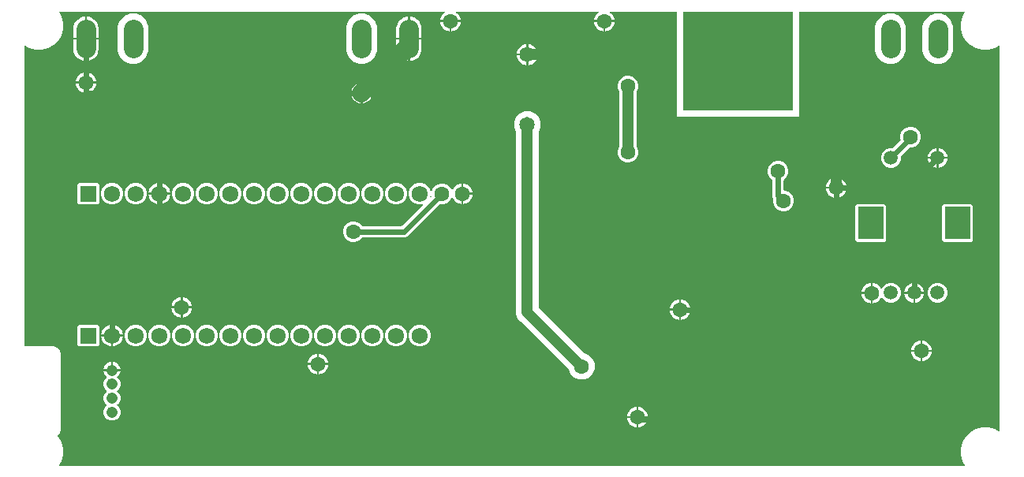
<source format=gbr>
G04 EAGLE Gerber RS-274X export*
G75*
%MOMM*%
%FSLAX34Y34*%
%LPD*%
%INTop Copper*%
%IPPOS*%
%AMOC8*
5,1,8,0,0,1.08239X$1,22.5*%
G01*
%ADD10C,1.650000*%
%ADD11R,1.725000X1.725000*%
%ADD12C,1.725000*%
%ADD13C,1.508000*%
%ADD14C,2.095500*%
%ADD15C,1.208000*%
%ADD16C,1.600000*%
%ADD17C,1.200000*%
%ADD18C,2.000000*%
%ADD19C,0.600000*%
%ADD20C,1.000000*%

G36*
X1019164Y10169D02*
X1019164Y10169D01*
X1019203Y10167D01*
X1019261Y10188D01*
X1019321Y10200D01*
X1019353Y10222D01*
X1019390Y10236D01*
X1019434Y10278D01*
X1019485Y10313D01*
X1019506Y10346D01*
X1019534Y10373D01*
X1019559Y10429D01*
X1019592Y10480D01*
X1019598Y10519D01*
X1019614Y10555D01*
X1019615Y10616D01*
X1019625Y10677D01*
X1019616Y10715D01*
X1019616Y10754D01*
X1019589Y10827D01*
X1019579Y10870D01*
X1019567Y10886D01*
X1019558Y10910D01*
X1017022Y15302D01*
X1015239Y21956D01*
X1015239Y28844D01*
X1017022Y35498D01*
X1020466Y41463D01*
X1025337Y46334D01*
X1031302Y49778D01*
X1037956Y51561D01*
X1044844Y51561D01*
X1051498Y49778D01*
X1055890Y47242D01*
X1055928Y47229D01*
X1055960Y47208D01*
X1056021Y47198D01*
X1056079Y47179D01*
X1056118Y47182D01*
X1056157Y47175D01*
X1056216Y47189D01*
X1056277Y47194D01*
X1056312Y47212D01*
X1056350Y47221D01*
X1056399Y47257D01*
X1056454Y47286D01*
X1056479Y47316D01*
X1056510Y47339D01*
X1056541Y47392D01*
X1056580Y47439D01*
X1056592Y47476D01*
X1056612Y47510D01*
X1056624Y47587D01*
X1056637Y47629D01*
X1056635Y47649D01*
X1056639Y47674D01*
X1056639Y460326D01*
X1056631Y460364D01*
X1056633Y460403D01*
X1056612Y460461D01*
X1056600Y460521D01*
X1056578Y460553D01*
X1056564Y460590D01*
X1056522Y460634D01*
X1056487Y460685D01*
X1056454Y460706D01*
X1056427Y460734D01*
X1056371Y460759D01*
X1056320Y460792D01*
X1056281Y460798D01*
X1056245Y460814D01*
X1056184Y460815D01*
X1056123Y460825D01*
X1056085Y460816D01*
X1056046Y460816D01*
X1055973Y460789D01*
X1055930Y460779D01*
X1055914Y460767D01*
X1055890Y460758D01*
X1051498Y458222D01*
X1044844Y456439D01*
X1037956Y456439D01*
X1031302Y458222D01*
X1025337Y461666D01*
X1020466Y466537D01*
X1017022Y472502D01*
X1015239Y479156D01*
X1015239Y486044D01*
X1017022Y492698D01*
X1019558Y497090D01*
X1019571Y497128D01*
X1019592Y497160D01*
X1019602Y497221D01*
X1019621Y497279D01*
X1019618Y497318D01*
X1019625Y497357D01*
X1019611Y497416D01*
X1019606Y497477D01*
X1019588Y497512D01*
X1019579Y497550D01*
X1019543Y497599D01*
X1019514Y497654D01*
X1019484Y497679D01*
X1019461Y497710D01*
X1019408Y497741D01*
X1019361Y497780D01*
X1019324Y497792D01*
X1019290Y497812D01*
X1019213Y497824D01*
X1019171Y497837D01*
X1019151Y497835D01*
X1019126Y497839D01*
X842010Y497839D01*
X842002Y497838D01*
X841993Y497839D01*
X841905Y497818D01*
X841815Y497800D01*
X841808Y497795D01*
X841800Y497793D01*
X841727Y497739D01*
X841651Y497687D01*
X841647Y497680D01*
X841640Y497675D01*
X841593Y497597D01*
X841544Y497520D01*
X841543Y497511D01*
X841538Y497504D01*
X841511Y497340D01*
X841511Y385309D01*
X710429Y385309D01*
X710429Y497340D01*
X710428Y497348D01*
X710429Y497357D01*
X710408Y497445D01*
X710390Y497535D01*
X710385Y497542D01*
X710383Y497550D01*
X710329Y497623D01*
X710277Y497699D01*
X710270Y497703D01*
X710265Y497710D01*
X710187Y497757D01*
X710110Y497806D01*
X710101Y497807D01*
X710094Y497812D01*
X709930Y497839D01*
X638729Y497839D01*
X638686Y497831D01*
X638643Y497832D01*
X638590Y497811D01*
X638534Y497800D01*
X638498Y497775D01*
X638458Y497759D01*
X638417Y497719D01*
X638370Y497687D01*
X638347Y497650D01*
X638316Y497620D01*
X638294Y497567D01*
X638263Y497520D01*
X638256Y497477D01*
X638239Y497436D01*
X638240Y497379D01*
X638230Y497323D01*
X638240Y497281D01*
X638240Y497238D01*
X638263Y497185D01*
X638276Y497130D01*
X638302Y497095D01*
X638319Y497055D01*
X638368Y497005D01*
X638394Y496970D01*
X638414Y496958D01*
X638436Y496936D01*
X639626Y496071D01*
X640851Y494846D01*
X641869Y493446D01*
X642655Y491903D01*
X643190Y490256D01*
X643440Y488679D01*
X632960Y488679D01*
X632952Y488678D01*
X632944Y488679D01*
X632855Y488658D01*
X632765Y488640D01*
X632758Y488635D01*
X632750Y488633D01*
X632677Y488579D01*
X632601Y488527D01*
X632597Y488520D01*
X632590Y488515D01*
X632544Y488437D01*
X632494Y488360D01*
X632493Y488351D01*
X632489Y488344D01*
X632461Y488180D01*
X632461Y487679D01*
X632459Y487679D01*
X632459Y488180D01*
X632457Y488188D01*
X632459Y488196D01*
X632438Y488285D01*
X632420Y488375D01*
X632415Y488382D01*
X632413Y488390D01*
X632359Y488463D01*
X632307Y488539D01*
X632300Y488543D01*
X632295Y488550D01*
X632217Y488596D01*
X632139Y488646D01*
X632131Y488647D01*
X632124Y488651D01*
X631960Y488679D01*
X621480Y488679D01*
X621730Y490256D01*
X622265Y491903D01*
X623051Y493446D01*
X624069Y494846D01*
X625294Y496071D01*
X626484Y496936D01*
X626514Y496968D01*
X626550Y496993D01*
X626580Y497041D01*
X626619Y497083D01*
X626633Y497124D01*
X626657Y497160D01*
X626666Y497217D01*
X626685Y497270D01*
X626683Y497314D01*
X626690Y497357D01*
X626677Y497412D01*
X626673Y497469D01*
X626654Y497508D01*
X626644Y497550D01*
X626610Y497596D01*
X626585Y497647D01*
X626552Y497675D01*
X626526Y497710D01*
X626477Y497739D01*
X626434Y497776D01*
X626392Y497789D01*
X626355Y497812D01*
X626286Y497823D01*
X626244Y497836D01*
X626221Y497834D01*
X626191Y497839D01*
X473629Y497839D01*
X473586Y497831D01*
X473543Y497832D01*
X473490Y497811D01*
X473434Y497800D01*
X473398Y497775D01*
X473358Y497759D01*
X473317Y497719D01*
X473270Y497687D01*
X473247Y497650D01*
X473216Y497620D01*
X473194Y497567D01*
X473163Y497520D01*
X473156Y497477D01*
X473139Y497436D01*
X473140Y497379D01*
X473130Y497323D01*
X473140Y497281D01*
X473140Y497238D01*
X473163Y497185D01*
X473176Y497130D01*
X473202Y497095D01*
X473219Y497055D01*
X473268Y497005D01*
X473294Y496970D01*
X473314Y496958D01*
X473336Y496936D01*
X474526Y496071D01*
X475751Y494846D01*
X476769Y493446D01*
X477555Y491903D01*
X478090Y490256D01*
X478340Y488679D01*
X467860Y488679D01*
X467852Y488678D01*
X467844Y488679D01*
X467755Y488658D01*
X467665Y488640D01*
X467658Y488635D01*
X467650Y488633D01*
X467577Y488579D01*
X467501Y488527D01*
X467497Y488520D01*
X467490Y488515D01*
X467444Y488437D01*
X467394Y488360D01*
X467393Y488351D01*
X467389Y488344D01*
X467361Y488180D01*
X467361Y487679D01*
X467359Y487679D01*
X467359Y488180D01*
X467357Y488188D01*
X467359Y488196D01*
X467338Y488285D01*
X467320Y488375D01*
X467315Y488382D01*
X467313Y488390D01*
X467259Y488463D01*
X467207Y488539D01*
X467200Y488543D01*
X467195Y488550D01*
X467117Y488596D01*
X467039Y488646D01*
X467031Y488647D01*
X467024Y488651D01*
X466860Y488679D01*
X456380Y488679D01*
X456630Y490256D01*
X457165Y491903D01*
X457951Y493446D01*
X458969Y494846D01*
X460194Y496071D01*
X461384Y496936D01*
X461414Y496968D01*
X461450Y496993D01*
X461480Y497041D01*
X461519Y497083D01*
X461533Y497124D01*
X461557Y497160D01*
X461566Y497217D01*
X461585Y497270D01*
X461583Y497314D01*
X461590Y497357D01*
X461577Y497412D01*
X461573Y497469D01*
X461554Y497508D01*
X461544Y497550D01*
X461510Y497596D01*
X461485Y497647D01*
X461452Y497675D01*
X461426Y497710D01*
X461377Y497739D01*
X461334Y497776D01*
X461292Y497789D01*
X461255Y497812D01*
X461186Y497823D01*
X461144Y497836D01*
X461121Y497834D01*
X461091Y497839D01*
X47674Y497839D01*
X47636Y497831D01*
X47597Y497833D01*
X47539Y497812D01*
X47479Y497800D01*
X47447Y497778D01*
X47410Y497764D01*
X47366Y497722D01*
X47315Y497687D01*
X47294Y497654D01*
X47266Y497627D01*
X47241Y497571D01*
X47208Y497520D01*
X47202Y497481D01*
X47186Y497445D01*
X47185Y497384D01*
X47175Y497323D01*
X47184Y497285D01*
X47184Y497246D01*
X47211Y497173D01*
X47221Y497130D01*
X47233Y497114D01*
X47242Y497090D01*
X49778Y492698D01*
X51561Y486044D01*
X51561Y479156D01*
X49778Y472502D01*
X46334Y466537D01*
X41463Y461666D01*
X35498Y458222D01*
X28844Y456439D01*
X21956Y456439D01*
X15302Y458222D01*
X10910Y460758D01*
X10872Y460771D01*
X10840Y460792D01*
X10779Y460802D01*
X10721Y460821D01*
X10682Y460818D01*
X10643Y460825D01*
X10584Y460811D01*
X10523Y460806D01*
X10488Y460788D01*
X10450Y460779D01*
X10401Y460743D01*
X10346Y460714D01*
X10321Y460684D01*
X10290Y460661D01*
X10259Y460608D01*
X10220Y460561D01*
X10208Y460524D01*
X10188Y460490D01*
X10176Y460413D01*
X10163Y460371D01*
X10165Y460351D01*
X10161Y460326D01*
X10161Y138930D01*
X10162Y138922D01*
X10161Y138913D01*
X10182Y138825D01*
X10200Y138735D01*
X10205Y138728D01*
X10207Y138720D01*
X10261Y138647D01*
X10313Y138571D01*
X10320Y138567D01*
X10325Y138560D01*
X10403Y138513D01*
X10480Y138464D01*
X10489Y138463D01*
X10496Y138458D01*
X10660Y138431D01*
X41391Y138431D01*
X45126Y136884D01*
X47984Y134026D01*
X49531Y130291D01*
X49531Y48779D01*
X47984Y45044D01*
X45721Y42782D01*
X45717Y42775D01*
X45710Y42770D01*
X45662Y42692D01*
X45611Y42616D01*
X45610Y42608D01*
X45605Y42601D01*
X45592Y42511D01*
X45575Y42420D01*
X45577Y42412D01*
X45576Y42404D01*
X45598Y42316D01*
X45618Y42226D01*
X45623Y42219D01*
X45625Y42211D01*
X45721Y42076D01*
X46334Y41463D01*
X49778Y35498D01*
X51561Y28844D01*
X51561Y21956D01*
X49778Y15302D01*
X47242Y10910D01*
X47229Y10872D01*
X47208Y10840D01*
X47198Y10779D01*
X47179Y10721D01*
X47182Y10682D01*
X47175Y10643D01*
X47189Y10584D01*
X47194Y10523D01*
X47212Y10488D01*
X47221Y10450D01*
X47257Y10401D01*
X47286Y10346D01*
X47316Y10321D01*
X47339Y10290D01*
X47392Y10259D01*
X47439Y10220D01*
X47476Y10208D01*
X47510Y10188D01*
X47587Y10176D01*
X47629Y10163D01*
X47649Y10165D01*
X47674Y10161D01*
X1019126Y10161D01*
X1019164Y10169D01*
G37*
G36*
X834398Y391932D02*
X834398Y391932D01*
X834407Y391931D01*
X834495Y391952D01*
X834585Y391970D01*
X834592Y391975D01*
X834600Y391977D01*
X834673Y392031D01*
X834749Y392083D01*
X834753Y392090D01*
X834760Y392095D01*
X834807Y392173D01*
X834856Y392250D01*
X834857Y392259D01*
X834862Y392266D01*
X834889Y392430D01*
X834889Y497340D01*
X834888Y497348D01*
X834889Y497357D01*
X834868Y497445D01*
X834850Y497535D01*
X834845Y497542D01*
X834843Y497550D01*
X834789Y497623D01*
X834737Y497699D01*
X834730Y497703D01*
X834725Y497710D01*
X834647Y497757D01*
X834570Y497806D01*
X834561Y497807D01*
X834554Y497812D01*
X834390Y497839D01*
X717550Y497839D01*
X717542Y497838D01*
X717533Y497839D01*
X717445Y497818D01*
X717355Y497800D01*
X717348Y497795D01*
X717340Y497793D01*
X717267Y497739D01*
X717191Y497687D01*
X717187Y497680D01*
X717180Y497675D01*
X717133Y497597D01*
X717084Y497520D01*
X717083Y497511D01*
X717078Y497504D01*
X717051Y497340D01*
X717051Y392430D01*
X717052Y392422D01*
X717051Y392413D01*
X717072Y392325D01*
X717090Y392235D01*
X717095Y392228D01*
X717097Y392220D01*
X717151Y392147D01*
X717203Y392071D01*
X717210Y392067D01*
X717215Y392060D01*
X717293Y392013D01*
X717370Y391964D01*
X717379Y391963D01*
X717386Y391958D01*
X717550Y391931D01*
X834390Y391931D01*
X834398Y391932D01*
G37*
%LPC*%
G36*
X605545Y102839D02*
X605545Y102839D01*
X600399Y104971D01*
X596461Y108909D01*
X594499Y113646D01*
X594491Y113658D01*
X594487Y113672D01*
X594391Y113808D01*
X543182Y165016D01*
X539736Y168462D01*
X537909Y172873D01*
X537909Y368160D01*
X537907Y368174D01*
X537909Y368187D01*
X537887Y368270D01*
X537870Y368355D01*
X537863Y368365D01*
X537861Y368369D01*
X537859Y368379D01*
X537855Y368385D01*
X535659Y373685D01*
X535659Y379355D01*
X537829Y384592D01*
X541838Y388601D01*
X547075Y390771D01*
X552745Y390771D01*
X557982Y388601D01*
X561991Y384592D01*
X564161Y379355D01*
X564161Y373685D01*
X561955Y368360D01*
X561948Y368349D01*
X561945Y368336D01*
X561938Y368324D01*
X561911Y368160D01*
X561911Y180438D01*
X561913Y180425D01*
X561911Y180413D01*
X561933Y180329D01*
X561950Y180243D01*
X561957Y180232D01*
X561961Y180220D01*
X562057Y180085D01*
X611362Y130779D01*
X611374Y130771D01*
X611383Y130760D01*
X611524Y130671D01*
X616261Y128709D01*
X620199Y124771D01*
X622331Y119625D01*
X622331Y114055D01*
X620199Y108909D01*
X616261Y104971D01*
X611115Y102839D01*
X605545Y102839D01*
G37*
%LPD*%
%LPC*%
G36*
X361032Y250619D02*
X361032Y250619D01*
X356989Y252294D01*
X353894Y255389D01*
X352219Y259432D01*
X352219Y263808D01*
X353894Y267851D01*
X356989Y270946D01*
X361032Y272621D01*
X365408Y272621D01*
X369451Y270946D01*
X372608Y267789D01*
X372625Y267764D01*
X372634Y267758D01*
X372640Y267750D01*
X372717Y267704D01*
X372792Y267656D01*
X372802Y267654D01*
X372811Y267648D01*
X372975Y267621D01*
X415138Y267621D01*
X415150Y267623D01*
X415162Y267621D01*
X415247Y267643D01*
X415332Y267660D01*
X415343Y267667D01*
X415355Y267671D01*
X415491Y267767D01*
X437789Y290065D01*
X437790Y290067D01*
X437792Y290068D01*
X437845Y290150D01*
X437899Y290231D01*
X437899Y290233D01*
X437900Y290235D01*
X437917Y290329D01*
X437935Y290427D01*
X437935Y290429D01*
X437935Y290431D01*
X437914Y290525D01*
X437892Y290621D01*
X437891Y290623D01*
X437891Y290625D01*
X437834Y290704D01*
X437777Y290783D01*
X437775Y290784D01*
X437774Y290786D01*
X437691Y290836D01*
X437608Y290887D01*
X437606Y290888D01*
X437604Y290889D01*
X437507Y290902D01*
X437411Y290917D01*
X437409Y290917D01*
X437407Y290917D01*
X437245Y290880D01*
X436653Y290634D01*
X432027Y290634D01*
X427755Y292404D01*
X424484Y295675D01*
X422714Y299947D01*
X422714Y304573D01*
X424484Y308845D01*
X427755Y312116D01*
X432027Y313886D01*
X436653Y313886D01*
X440925Y312116D01*
X444196Y308845D01*
X445966Y304573D01*
X445966Y299947D01*
X445720Y299355D01*
X445720Y299353D01*
X445719Y299351D01*
X445701Y299254D01*
X445682Y299160D01*
X445683Y299158D01*
X445682Y299156D01*
X445704Y299059D01*
X445724Y298965D01*
X445725Y298964D01*
X445725Y298961D01*
X445781Y298882D01*
X445837Y298802D01*
X445839Y298801D01*
X445840Y298799D01*
X445922Y298749D01*
X446006Y298697D01*
X446008Y298696D01*
X446010Y298695D01*
X446106Y298681D01*
X446202Y298665D01*
X446204Y298666D01*
X446206Y298665D01*
X446301Y298689D01*
X446395Y298713D01*
X446397Y298714D01*
X446399Y298714D01*
X446535Y298811D01*
X447329Y299605D01*
X447335Y299614D01*
X447344Y299621D01*
X447389Y299697D01*
X447439Y299771D01*
X447441Y299782D01*
X447446Y299791D01*
X447459Y299879D01*
X447475Y299967D01*
X447473Y299977D01*
X447474Y299988D01*
X447469Y300010D01*
X447469Y304448D01*
X449144Y308491D01*
X452239Y311586D01*
X456282Y313261D01*
X460658Y313261D01*
X464701Y311586D01*
X467796Y308491D01*
X468803Y306059D01*
X468817Y306039D01*
X468824Y306016D01*
X468872Y305958D01*
X468915Y305894D01*
X468935Y305881D01*
X468950Y305863D01*
X469017Y305827D01*
X469081Y305786D01*
X469105Y305782D01*
X469126Y305771D01*
X469202Y305764D01*
X469277Y305751D01*
X469301Y305756D01*
X469324Y305755D01*
X469397Y305778D01*
X469471Y305795D01*
X469490Y305810D01*
X469513Y305817D01*
X469570Y305867D01*
X469632Y305912D01*
X469644Y305933D01*
X469662Y305948D01*
X469716Y306052D01*
X469735Y306082D01*
X469736Y306089D01*
X469740Y306096D01*
X469865Y306483D01*
X470651Y308026D01*
X471669Y309426D01*
X472894Y310651D01*
X474294Y311669D01*
X475837Y312455D01*
X477484Y312990D01*
X479061Y313240D01*
X479061Y302760D01*
X479062Y302752D01*
X479061Y302744D01*
X479082Y302655D01*
X479100Y302565D01*
X479105Y302558D01*
X479107Y302550D01*
X479161Y302477D01*
X479213Y302401D01*
X479220Y302397D01*
X479225Y302390D01*
X479303Y302344D01*
X479380Y302294D01*
X479389Y302293D01*
X479396Y302289D01*
X479560Y302261D01*
X480061Y302261D01*
X480061Y302259D01*
X479560Y302259D01*
X479552Y302257D01*
X479543Y302259D01*
X479455Y302238D01*
X479365Y302220D01*
X479358Y302215D01*
X479350Y302213D01*
X479277Y302159D01*
X479201Y302107D01*
X479197Y302100D01*
X479190Y302095D01*
X479143Y302017D01*
X479094Y301939D01*
X479093Y301931D01*
X479088Y301924D01*
X479061Y301760D01*
X479061Y291280D01*
X477484Y291530D01*
X475837Y292065D01*
X474294Y292851D01*
X472894Y293869D01*
X471669Y295094D01*
X470651Y296494D01*
X469865Y298037D01*
X469740Y298424D01*
X469728Y298445D01*
X469723Y298468D01*
X469679Y298531D01*
X469642Y298597D01*
X469623Y298612D01*
X469609Y298632D01*
X469544Y298672D01*
X469484Y298718D01*
X469461Y298724D01*
X469440Y298737D01*
X469365Y298749D01*
X469292Y298768D01*
X469268Y298765D01*
X469244Y298769D01*
X469170Y298750D01*
X469095Y298739D01*
X469074Y298727D01*
X469051Y298721D01*
X468990Y298675D01*
X468925Y298636D01*
X468911Y298616D01*
X468892Y298602D01*
X468830Y298503D01*
X468809Y298474D01*
X468808Y298468D01*
X468803Y298461D01*
X467796Y296029D01*
X464701Y292934D01*
X460658Y291259D01*
X456195Y291259D01*
X456165Y291265D01*
X456154Y291263D01*
X456143Y291265D01*
X456057Y291243D01*
X455970Y291224D01*
X455961Y291218D01*
X455951Y291215D01*
X455815Y291119D01*
X422987Y258291D01*
X421229Y256533D01*
X419024Y255619D01*
X372975Y255619D01*
X372965Y255617D01*
X372955Y255619D01*
X372868Y255598D01*
X372780Y255580D01*
X372772Y255574D01*
X372762Y255571D01*
X372690Y255518D01*
X372616Y255467D01*
X372611Y255458D01*
X372602Y255452D01*
X372590Y255433D01*
X369451Y252294D01*
X365408Y250619D01*
X361032Y250619D01*
G37*
%LPD*%
%LPC*%
G36*
X655672Y335709D02*
X655672Y335709D01*
X651629Y337384D01*
X648534Y340479D01*
X646859Y344522D01*
X646859Y348898D01*
X648534Y352941D01*
X648713Y353120D01*
X648720Y353131D01*
X648730Y353138D01*
X648775Y353213D01*
X648823Y353286D01*
X648825Y353299D01*
X648832Y353309D01*
X648859Y353473D01*
X648859Y411067D01*
X648858Y411071D01*
X648859Y411075D01*
X648857Y411082D01*
X648859Y411091D01*
X648837Y411176D01*
X648820Y411261D01*
X648813Y411272D01*
X648809Y411284D01*
X648713Y411420D01*
X648534Y411599D01*
X646859Y415642D01*
X646859Y420018D01*
X648534Y424061D01*
X651629Y427156D01*
X655672Y428831D01*
X660048Y428831D01*
X664091Y427156D01*
X667186Y424061D01*
X668861Y420018D01*
X668861Y415642D01*
X667186Y411599D01*
X667007Y411420D01*
X667000Y411409D01*
X666990Y411402D01*
X666945Y411327D01*
X666897Y411254D01*
X666895Y411241D01*
X666888Y411231D01*
X666861Y411067D01*
X666861Y353473D01*
X666863Y353461D01*
X666861Y353449D01*
X666883Y353364D01*
X666900Y353279D01*
X666907Y353268D01*
X666911Y353256D01*
X667007Y353120D01*
X667186Y352941D01*
X668861Y348898D01*
X668861Y344522D01*
X667186Y340479D01*
X664091Y337384D01*
X660048Y335709D01*
X655672Y335709D01*
G37*
%LPD*%
%LPC*%
G36*
X123722Y441674D02*
X123722Y441674D01*
X117666Y444183D01*
X113030Y448818D01*
X110522Y454875D01*
X110522Y482385D01*
X113030Y488442D01*
X117666Y493077D01*
X123722Y495586D01*
X130278Y495586D01*
X136334Y493077D01*
X140970Y488442D01*
X143478Y482385D01*
X143478Y454875D01*
X140970Y448818D01*
X136334Y444183D01*
X130278Y441674D01*
X123722Y441674D01*
G37*
%LPD*%
%LPC*%
G36*
X368832Y441674D02*
X368832Y441674D01*
X362776Y444183D01*
X358140Y448818D01*
X355632Y454875D01*
X355632Y482385D01*
X358140Y488442D01*
X362776Y493077D01*
X368832Y495586D01*
X375388Y495586D01*
X381444Y493077D01*
X386080Y488442D01*
X388588Y482385D01*
X388588Y454875D01*
X386080Y448818D01*
X381444Y444183D01*
X375388Y441674D01*
X368832Y441674D01*
G37*
%LPD*%
%LPC*%
G36*
X987322Y441674D02*
X987322Y441674D01*
X981266Y444183D01*
X976630Y448818D01*
X974122Y454875D01*
X974122Y482385D01*
X976630Y488442D01*
X981266Y493077D01*
X987322Y495586D01*
X993878Y495586D01*
X999934Y493077D01*
X1004570Y488442D01*
X1007078Y482385D01*
X1007078Y454875D01*
X1004570Y448818D01*
X999934Y444183D01*
X993878Y441674D01*
X987322Y441674D01*
G37*
%LPD*%
%LPC*%
G36*
X936522Y441674D02*
X936522Y441674D01*
X930466Y444183D01*
X925830Y448818D01*
X923322Y454875D01*
X923322Y482385D01*
X925830Y488442D01*
X930466Y493077D01*
X936522Y495586D01*
X943078Y495586D01*
X949134Y493077D01*
X953770Y488442D01*
X956278Y482385D01*
X956278Y454875D01*
X953770Y448818D01*
X949134Y444183D01*
X943078Y441674D01*
X936522Y441674D01*
G37*
%LPD*%
%LPC*%
G36*
X997250Y250263D02*
X997250Y250263D01*
X995199Y252314D01*
X995199Y289214D01*
X997250Y291265D01*
X1026150Y291265D01*
X1028201Y289214D01*
X1028201Y252314D01*
X1026150Y250263D01*
X997250Y250263D01*
G37*
%LPD*%
%LPC*%
G36*
X904250Y250263D02*
X904250Y250263D01*
X902199Y252314D01*
X902199Y289214D01*
X904250Y291265D01*
X933150Y291265D01*
X935201Y289214D01*
X935201Y252314D01*
X933150Y250263D01*
X904250Y250263D01*
G37*
%LPD*%
G36*
X1024708Y253266D02*
X1024708Y253266D01*
X1024717Y253265D01*
X1024805Y253286D01*
X1024895Y253304D01*
X1024902Y253309D01*
X1024910Y253311D01*
X1024983Y253365D01*
X1025059Y253417D01*
X1025063Y253424D01*
X1025070Y253429D01*
X1025117Y253507D01*
X1025166Y253584D01*
X1025167Y253593D01*
X1025172Y253600D01*
X1025199Y253764D01*
X1025199Y287764D01*
X1025198Y287772D01*
X1025199Y287781D01*
X1025178Y287869D01*
X1025160Y287959D01*
X1025155Y287966D01*
X1025153Y287974D01*
X1025099Y288047D01*
X1025047Y288123D01*
X1025040Y288127D01*
X1025035Y288134D01*
X1024957Y288181D01*
X1024880Y288230D01*
X1024871Y288231D01*
X1024864Y288236D01*
X1024700Y288263D01*
X998700Y288263D01*
X998692Y288262D01*
X998683Y288263D01*
X998595Y288242D01*
X998505Y288224D01*
X998498Y288219D01*
X998490Y288217D01*
X998417Y288163D01*
X998341Y288111D01*
X998337Y288104D01*
X998330Y288099D01*
X998283Y288021D01*
X998234Y287944D01*
X998233Y287935D01*
X998228Y287928D01*
X998201Y287764D01*
X998201Y253764D01*
X998202Y253756D01*
X998201Y253747D01*
X998222Y253659D01*
X998240Y253569D01*
X998245Y253562D01*
X998247Y253554D01*
X998301Y253481D01*
X998353Y253405D01*
X998360Y253401D01*
X998365Y253394D01*
X998443Y253347D01*
X998520Y253298D01*
X998529Y253297D01*
X998536Y253292D01*
X998700Y253265D01*
X1024700Y253265D01*
X1024708Y253266D01*
G37*
G36*
X931708Y253266D02*
X931708Y253266D01*
X931717Y253265D01*
X931805Y253286D01*
X931895Y253304D01*
X931902Y253309D01*
X931910Y253311D01*
X931983Y253365D01*
X932059Y253417D01*
X932063Y253424D01*
X932070Y253429D01*
X932117Y253507D01*
X932166Y253584D01*
X932167Y253593D01*
X932172Y253600D01*
X932199Y253764D01*
X932199Y287764D01*
X932198Y287772D01*
X932199Y287781D01*
X932178Y287869D01*
X932160Y287959D01*
X932155Y287966D01*
X932153Y287974D01*
X932099Y288047D01*
X932047Y288123D01*
X932040Y288127D01*
X932035Y288134D01*
X931957Y288181D01*
X931880Y288230D01*
X931871Y288231D01*
X931864Y288236D01*
X931700Y288263D01*
X905700Y288263D01*
X905692Y288262D01*
X905683Y288263D01*
X905595Y288242D01*
X905505Y288224D01*
X905498Y288219D01*
X905490Y288217D01*
X905417Y288163D01*
X905341Y288111D01*
X905337Y288104D01*
X905330Y288099D01*
X905283Y288021D01*
X905234Y287944D01*
X905233Y287935D01*
X905228Y287928D01*
X905201Y287764D01*
X905201Y253764D01*
X905202Y253756D01*
X905201Y253747D01*
X905222Y253659D01*
X905240Y253569D01*
X905245Y253562D01*
X905247Y253554D01*
X905301Y253481D01*
X905353Y253405D01*
X905360Y253401D01*
X905365Y253394D01*
X905443Y253347D01*
X905520Y253298D01*
X905529Y253297D01*
X905536Y253292D01*
X905700Y253265D01*
X931700Y253265D01*
X931708Y253266D01*
G37*
%LPC*%
G36*
X822761Y283609D02*
X822761Y283609D01*
X818718Y285284D01*
X815623Y288379D01*
X813948Y292422D01*
X813948Y296798D01*
X813970Y296851D01*
X813973Y296864D01*
X813979Y296874D01*
X813992Y296961D01*
X814008Y297046D01*
X814006Y297059D01*
X814007Y297071D01*
X813970Y297233D01*
X813149Y299215D01*
X813149Y316635D01*
X813147Y316645D01*
X813149Y316655D01*
X813128Y316742D01*
X813110Y316830D01*
X813104Y316838D01*
X813101Y316848D01*
X813048Y316920D01*
X812997Y316994D01*
X812988Y316999D01*
X812982Y317008D01*
X812963Y317020D01*
X809824Y320159D01*
X808149Y324202D01*
X808149Y328578D01*
X809824Y332621D01*
X812919Y335716D01*
X816962Y337391D01*
X821338Y337391D01*
X825381Y335716D01*
X828476Y332621D01*
X830151Y328578D01*
X830151Y324202D01*
X828476Y320159D01*
X825319Y317002D01*
X825294Y316985D01*
X825288Y316976D01*
X825280Y316970D01*
X825234Y316893D01*
X825186Y316818D01*
X825184Y316808D01*
X825178Y316799D01*
X825151Y316635D01*
X825151Y306110D01*
X825152Y306102D01*
X825151Y306093D01*
X825172Y306005D01*
X825190Y305915D01*
X825195Y305908D01*
X825197Y305900D01*
X825251Y305827D01*
X825303Y305751D01*
X825310Y305747D01*
X825315Y305740D01*
X825393Y305693D01*
X825470Y305644D01*
X825479Y305643D01*
X825486Y305638D01*
X825650Y305611D01*
X827137Y305611D01*
X831180Y303936D01*
X834275Y300841D01*
X835950Y296798D01*
X835950Y292422D01*
X834275Y288379D01*
X831180Y285284D01*
X827137Y283609D01*
X822761Y283609D01*
G37*
%LPD*%
%LPC*%
G36*
X938103Y330223D02*
X938103Y330223D01*
X934229Y331828D01*
X931264Y334793D01*
X929659Y338667D01*
X929659Y342861D01*
X931264Y346735D01*
X934229Y349700D01*
X938103Y351305D01*
X942048Y351305D01*
X942060Y351307D01*
X942072Y351305D01*
X942157Y351327D01*
X942242Y351344D01*
X942253Y351351D01*
X942265Y351355D01*
X942401Y351451D01*
X950620Y359670D01*
X950626Y359679D01*
X950634Y359685D01*
X950680Y359761D01*
X950730Y359836D01*
X950731Y359846D01*
X950737Y359855D01*
X950750Y359943D01*
X950766Y360031D01*
X950764Y360042D01*
X950765Y360052D01*
X950728Y360214D01*
X950389Y361032D01*
X950389Y365408D01*
X952064Y369451D01*
X955159Y372546D01*
X959202Y374221D01*
X963578Y374221D01*
X967621Y372546D01*
X970716Y369451D01*
X972391Y365408D01*
X972391Y361032D01*
X970716Y356989D01*
X967621Y353894D01*
X963578Y352219D01*
X960348Y352219D01*
X960336Y352217D01*
X960324Y352219D01*
X960239Y352197D01*
X960154Y352180D01*
X960143Y352173D01*
X960131Y352169D01*
X959995Y352073D01*
X950887Y342965D01*
X950880Y342954D01*
X950870Y342947D01*
X950825Y342872D01*
X950777Y342799D01*
X950775Y342786D01*
X950768Y342776D01*
X950741Y342612D01*
X950741Y338667D01*
X949136Y334793D01*
X946171Y331828D01*
X942297Y330223D01*
X938103Y330223D01*
G37*
%LPD*%
%LPC*%
G36*
X102342Y58629D02*
X102342Y58629D01*
X99019Y60006D01*
X96476Y62549D01*
X95099Y65872D01*
X95099Y69468D01*
X96476Y72791D01*
X98501Y74817D01*
X98506Y74824D01*
X98513Y74829D01*
X98561Y74906D01*
X98611Y74983D01*
X98613Y74991D01*
X98617Y74998D01*
X98631Y75088D01*
X98648Y75178D01*
X98646Y75187D01*
X98647Y75195D01*
X98625Y75283D01*
X98605Y75372D01*
X98600Y75379D01*
X98598Y75387D01*
X98501Y75523D01*
X96476Y77549D01*
X95099Y80872D01*
X95099Y84468D01*
X96476Y87791D01*
X98501Y89817D01*
X98506Y89824D01*
X98513Y89829D01*
X98561Y89906D01*
X98611Y89983D01*
X98613Y89991D01*
X98617Y89998D01*
X98631Y90088D01*
X98648Y90178D01*
X98646Y90187D01*
X98647Y90195D01*
X98625Y90283D01*
X98605Y90372D01*
X98600Y90379D01*
X98598Y90387D01*
X98501Y90523D01*
X96476Y92549D01*
X95099Y95872D01*
X95099Y99468D01*
X96476Y102791D01*
X98519Y104835D01*
X98551Y104883D01*
X98590Y104924D01*
X98605Y104965D01*
X98629Y105001D01*
X98640Y105057D01*
X98660Y105111D01*
X98658Y105154D01*
X98665Y105196D01*
X98653Y105252D01*
X98651Y105309D01*
X98632Y105348D01*
X98623Y105390D01*
X98589Y105437D01*
X98565Y105489D01*
X98528Y105523D01*
X98507Y105552D01*
X98478Y105570D01*
X98444Y105603D01*
X98377Y105648D01*
X97118Y106907D01*
X96128Y108388D01*
X95447Y110033D01*
X95121Y111671D01*
X103640Y111671D01*
X103648Y111672D01*
X103656Y111671D01*
X103745Y111692D01*
X103835Y111710D01*
X103842Y111715D01*
X103850Y111717D01*
X103923Y111771D01*
X103999Y111823D01*
X104003Y111830D01*
X104010Y111835D01*
X104056Y111913D01*
X104106Y111990D01*
X104107Y111999D01*
X104111Y112006D01*
X104139Y112170D01*
X104139Y112671D01*
X104141Y112671D01*
X104141Y112170D01*
X104143Y112162D01*
X104141Y112153D01*
X104162Y112065D01*
X104180Y111975D01*
X104185Y111968D01*
X104187Y111960D01*
X104241Y111887D01*
X104293Y111811D01*
X104300Y111807D01*
X104305Y111800D01*
X104383Y111753D01*
X104461Y111704D01*
X104469Y111703D01*
X104476Y111698D01*
X104640Y111671D01*
X113159Y111671D01*
X112833Y110033D01*
X112152Y108388D01*
X111162Y106907D01*
X109903Y105648D01*
X109836Y105603D01*
X109796Y105562D01*
X109749Y105529D01*
X109727Y105492D01*
X109696Y105462D01*
X109675Y105408D01*
X109645Y105360D01*
X109638Y105317D01*
X109623Y105277D01*
X109624Y105220D01*
X109615Y105163D01*
X109626Y105121D01*
X109627Y105078D01*
X109650Y105026D01*
X109664Y104970D01*
X109693Y104930D01*
X109708Y104897D01*
X109733Y104874D01*
X109761Y104835D01*
X111804Y102791D01*
X113181Y99468D01*
X113181Y95872D01*
X111804Y92549D01*
X109779Y90523D01*
X109774Y90516D01*
X109767Y90511D01*
X109719Y90434D01*
X109669Y90357D01*
X109667Y90349D01*
X109663Y90342D01*
X109649Y90252D01*
X109632Y90162D01*
X109634Y90154D01*
X109633Y90145D01*
X109655Y90057D01*
X109675Y89968D01*
X109680Y89961D01*
X109682Y89953D01*
X109779Y89817D01*
X111804Y87791D01*
X113181Y84468D01*
X113181Y80872D01*
X111804Y77549D01*
X109779Y75523D01*
X109774Y75516D01*
X109767Y75511D01*
X109719Y75434D01*
X109669Y75357D01*
X109667Y75349D01*
X109663Y75342D01*
X109649Y75252D01*
X109632Y75162D01*
X109634Y75154D01*
X109633Y75145D01*
X109655Y75057D01*
X109675Y74968D01*
X109680Y74961D01*
X109682Y74953D01*
X109779Y74817D01*
X111804Y72791D01*
X113181Y69468D01*
X113181Y65872D01*
X111804Y62549D01*
X109261Y60006D01*
X105938Y58629D01*
X102342Y58629D01*
G37*
%LPD*%
%LPC*%
G36*
X68872Y138234D02*
X68872Y138234D01*
X67114Y139992D01*
X67114Y159728D01*
X68872Y161486D01*
X88608Y161486D01*
X90366Y159728D01*
X90366Y139992D01*
X88608Y138234D01*
X68872Y138234D01*
G37*
%LPD*%
%LPC*%
G36*
X68872Y290634D02*
X68872Y290634D01*
X67114Y292392D01*
X67114Y312128D01*
X68872Y313886D01*
X88608Y313886D01*
X90366Y312128D01*
X90366Y292392D01*
X88608Y290634D01*
X68872Y290634D01*
G37*
%LPD*%
%LPC*%
G36*
X920479Y195080D02*
X920479Y195080D01*
X920478Y195088D01*
X920479Y195096D01*
X920458Y195185D01*
X920440Y195275D01*
X920435Y195282D01*
X920433Y195290D01*
X920379Y195363D01*
X920327Y195439D01*
X920320Y195443D01*
X920315Y195450D01*
X920237Y195496D01*
X920160Y195546D01*
X920151Y195547D01*
X920144Y195551D01*
X919980Y195579D01*
X919479Y195579D01*
X919479Y195581D01*
X919980Y195581D01*
X919988Y195583D01*
X919996Y195581D01*
X920085Y195602D01*
X920175Y195620D01*
X920182Y195625D01*
X920190Y195627D01*
X920263Y195681D01*
X920339Y195733D01*
X920343Y195740D01*
X920350Y195745D01*
X920396Y195823D01*
X920446Y195901D01*
X920447Y195909D01*
X920451Y195916D01*
X920479Y196080D01*
X920479Y206560D01*
X922056Y206310D01*
X923703Y205775D01*
X925246Y204989D01*
X926646Y203971D01*
X927871Y202746D01*
X928889Y201346D01*
X929618Y199914D01*
X929671Y199848D01*
X929719Y199779D01*
X929732Y199770D01*
X929742Y199758D01*
X929816Y199718D01*
X929887Y199673D01*
X929903Y199671D01*
X929917Y199663D01*
X930001Y199655D01*
X930084Y199641D01*
X930099Y199645D01*
X930115Y199644D01*
X930195Y199669D01*
X930277Y199689D01*
X930289Y199698D01*
X930304Y199703D01*
X930369Y199758D01*
X930436Y199808D01*
X930445Y199823D01*
X930456Y199832D01*
X930476Y199872D01*
X930524Y199949D01*
X931264Y201735D01*
X934229Y204700D01*
X938103Y206305D01*
X942297Y206305D01*
X946171Y204700D01*
X949136Y201735D01*
X950741Y197861D01*
X950741Y193667D01*
X949136Y189793D01*
X946171Y186828D01*
X942297Y185223D01*
X938103Y185223D01*
X934229Y186828D01*
X931264Y189793D01*
X930606Y191381D01*
X930593Y191401D01*
X930586Y191424D01*
X930538Y191482D01*
X930495Y191545D01*
X930475Y191559D01*
X930460Y191577D01*
X930392Y191612D01*
X930329Y191654D01*
X930305Y191658D01*
X930283Y191669D01*
X930208Y191675D01*
X930133Y191689D01*
X930109Y191683D01*
X930085Y191685D01*
X930013Y191661D01*
X929939Y191644D01*
X929919Y191630D01*
X929897Y191622D01*
X929840Y191572D01*
X929778Y191528D01*
X929765Y191507D01*
X929747Y191491D01*
X929703Y191406D01*
X929693Y191392D01*
X928889Y189814D01*
X927871Y188414D01*
X926646Y187189D01*
X925246Y186171D01*
X923703Y185385D01*
X922056Y184850D01*
X920479Y184600D01*
X920479Y195080D01*
G37*
%LPD*%
%LPC*%
G36*
X178027Y290634D02*
X178027Y290634D01*
X173755Y292404D01*
X170484Y295675D01*
X168714Y299947D01*
X168714Y304573D01*
X170484Y308845D01*
X173755Y312116D01*
X178027Y313886D01*
X182653Y313886D01*
X186925Y312116D01*
X190196Y308845D01*
X191966Y304573D01*
X191966Y299947D01*
X190196Y295675D01*
X186925Y292404D01*
X182653Y290634D01*
X178027Y290634D01*
G37*
%LPD*%
%LPC*%
G36*
X127227Y290634D02*
X127227Y290634D01*
X122955Y292404D01*
X119684Y295675D01*
X117914Y299947D01*
X117914Y304573D01*
X119684Y308845D01*
X122955Y312116D01*
X127227Y313886D01*
X131853Y313886D01*
X136125Y312116D01*
X139396Y308845D01*
X141166Y304573D01*
X141166Y299947D01*
X139396Y295675D01*
X136125Y292404D01*
X131853Y290634D01*
X127227Y290634D01*
G37*
%LPD*%
%LPC*%
G36*
X406627Y138234D02*
X406627Y138234D01*
X402355Y140004D01*
X399084Y143275D01*
X397314Y147547D01*
X397314Y152173D01*
X399084Y156445D01*
X402355Y159716D01*
X406627Y161486D01*
X411253Y161486D01*
X415525Y159716D01*
X418796Y156445D01*
X420566Y152173D01*
X420566Y147547D01*
X418796Y143275D01*
X415525Y140004D01*
X411253Y138234D01*
X406627Y138234D01*
G37*
%LPD*%
%LPC*%
G36*
X101827Y290634D02*
X101827Y290634D01*
X97555Y292404D01*
X94284Y295675D01*
X92514Y299947D01*
X92514Y304573D01*
X94284Y308845D01*
X97555Y312116D01*
X101827Y313886D01*
X106453Y313886D01*
X110725Y312116D01*
X113996Y308845D01*
X115766Y304573D01*
X115766Y299947D01*
X113996Y295675D01*
X110725Y292404D01*
X106453Y290634D01*
X101827Y290634D01*
G37*
%LPD*%
%LPC*%
G36*
X381227Y290634D02*
X381227Y290634D01*
X376955Y292404D01*
X373684Y295675D01*
X371914Y299947D01*
X371914Y304573D01*
X373684Y308845D01*
X376955Y312116D01*
X381227Y313886D01*
X385853Y313886D01*
X390125Y312116D01*
X393396Y308845D01*
X395166Y304573D01*
X395166Y299947D01*
X393396Y295675D01*
X390125Y292404D01*
X385853Y290634D01*
X381227Y290634D01*
G37*
%LPD*%
%LPC*%
G36*
X178027Y138234D02*
X178027Y138234D01*
X173755Y140004D01*
X170484Y143275D01*
X168714Y147547D01*
X168714Y152173D01*
X170484Y156445D01*
X173755Y159716D01*
X178027Y161486D01*
X182653Y161486D01*
X186925Y159716D01*
X190196Y156445D01*
X191966Y152173D01*
X191966Y147547D01*
X190196Y143275D01*
X186925Y140004D01*
X182653Y138234D01*
X178027Y138234D01*
G37*
%LPD*%
%LPC*%
G36*
X432027Y138234D02*
X432027Y138234D01*
X427755Y140004D01*
X424484Y143275D01*
X422714Y147547D01*
X422714Y152173D01*
X424484Y156445D01*
X427755Y159716D01*
X432027Y161486D01*
X436653Y161486D01*
X440925Y159716D01*
X444196Y156445D01*
X445966Y152173D01*
X445966Y147547D01*
X444196Y143275D01*
X440925Y140004D01*
X436653Y138234D01*
X432027Y138234D01*
G37*
%LPD*%
%LPC*%
G36*
X381227Y138234D02*
X381227Y138234D01*
X376955Y140004D01*
X373684Y143275D01*
X371914Y147547D01*
X371914Y152173D01*
X373684Y156445D01*
X376955Y159716D01*
X381227Y161486D01*
X385853Y161486D01*
X390125Y159716D01*
X393396Y156445D01*
X395166Y152173D01*
X395166Y147547D01*
X393396Y143275D01*
X390125Y140004D01*
X385853Y138234D01*
X381227Y138234D01*
G37*
%LPD*%
%LPC*%
G36*
X203427Y290634D02*
X203427Y290634D01*
X199155Y292404D01*
X195884Y295675D01*
X194114Y299947D01*
X194114Y304573D01*
X195884Y308845D01*
X199155Y312116D01*
X203427Y313886D01*
X208053Y313886D01*
X212325Y312116D01*
X215596Y308845D01*
X217366Y304573D01*
X217366Y299947D01*
X215596Y295675D01*
X212325Y292404D01*
X208053Y290634D01*
X203427Y290634D01*
G37*
%LPD*%
%LPC*%
G36*
X406627Y290634D02*
X406627Y290634D01*
X402355Y292404D01*
X399084Y295675D01*
X397314Y299947D01*
X397314Y304573D01*
X399084Y308845D01*
X402355Y312116D01*
X406627Y313886D01*
X411253Y313886D01*
X415525Y312116D01*
X418796Y308845D01*
X420566Y304573D01*
X420566Y299947D01*
X418796Y295675D01*
X415525Y292404D01*
X411253Y290634D01*
X406627Y290634D01*
G37*
%LPD*%
%LPC*%
G36*
X355827Y290634D02*
X355827Y290634D01*
X351555Y292404D01*
X348284Y295675D01*
X346514Y299947D01*
X346514Y304573D01*
X348284Y308845D01*
X351555Y312116D01*
X355827Y313886D01*
X360453Y313886D01*
X364725Y312116D01*
X367996Y308845D01*
X369766Y304573D01*
X369766Y299947D01*
X367996Y295675D01*
X364725Y292404D01*
X360453Y290634D01*
X355827Y290634D01*
G37*
%LPD*%
%LPC*%
G36*
X330427Y290634D02*
X330427Y290634D01*
X326155Y292404D01*
X322884Y295675D01*
X321114Y299947D01*
X321114Y304573D01*
X322884Y308845D01*
X326155Y312116D01*
X330427Y313886D01*
X335053Y313886D01*
X339325Y312116D01*
X342596Y308845D01*
X344366Y304573D01*
X344366Y299947D01*
X342596Y295675D01*
X339325Y292404D01*
X335053Y290634D01*
X330427Y290634D01*
G37*
%LPD*%
%LPC*%
G36*
X305027Y290634D02*
X305027Y290634D01*
X300755Y292404D01*
X297484Y295675D01*
X295714Y299947D01*
X295714Y304573D01*
X297484Y308845D01*
X300755Y312116D01*
X305027Y313886D01*
X309653Y313886D01*
X313925Y312116D01*
X317196Y308845D01*
X318966Y304573D01*
X318966Y299947D01*
X317196Y295675D01*
X313925Y292404D01*
X309653Y290634D01*
X305027Y290634D01*
G37*
%LPD*%
%LPC*%
G36*
X254227Y290634D02*
X254227Y290634D01*
X249955Y292404D01*
X246684Y295675D01*
X244914Y299947D01*
X244914Y304573D01*
X246684Y308845D01*
X249955Y312116D01*
X254227Y313886D01*
X258853Y313886D01*
X263125Y312116D01*
X266396Y308845D01*
X268166Y304573D01*
X268166Y299947D01*
X266396Y295675D01*
X263125Y292404D01*
X258853Y290634D01*
X254227Y290634D01*
G37*
%LPD*%
%LPC*%
G36*
X228827Y290634D02*
X228827Y290634D01*
X224555Y292404D01*
X221284Y295675D01*
X219514Y299947D01*
X219514Y304573D01*
X221284Y308845D01*
X224555Y312116D01*
X228827Y313886D01*
X233453Y313886D01*
X237725Y312116D01*
X240996Y308845D01*
X242766Y304573D01*
X242766Y299947D01*
X240996Y295675D01*
X237725Y292404D01*
X233453Y290634D01*
X228827Y290634D01*
G37*
%LPD*%
%LPC*%
G36*
X279627Y290634D02*
X279627Y290634D01*
X275355Y292404D01*
X272084Y295675D01*
X270314Y299947D01*
X270314Y304573D01*
X272084Y308845D01*
X275355Y312116D01*
X279627Y313886D01*
X284253Y313886D01*
X288525Y312116D01*
X291796Y308845D01*
X293566Y304573D01*
X293566Y299947D01*
X291796Y295675D01*
X288525Y292404D01*
X284253Y290634D01*
X279627Y290634D01*
G37*
%LPD*%
%LPC*%
G36*
X203427Y138234D02*
X203427Y138234D01*
X199155Y140004D01*
X195884Y143275D01*
X194114Y147547D01*
X194114Y152173D01*
X195884Y156445D01*
X199155Y159716D01*
X203427Y161486D01*
X208053Y161486D01*
X212325Y159716D01*
X215596Y156445D01*
X217366Y152173D01*
X217366Y147547D01*
X215596Y143275D01*
X212325Y140004D01*
X208053Y138234D01*
X203427Y138234D01*
G37*
%LPD*%
%LPC*%
G36*
X355827Y138234D02*
X355827Y138234D01*
X351555Y140004D01*
X348284Y143275D01*
X346514Y147547D01*
X346514Y152173D01*
X348284Y156445D01*
X351555Y159716D01*
X355827Y161486D01*
X360453Y161486D01*
X364725Y159716D01*
X367996Y156445D01*
X369766Y152173D01*
X369766Y147547D01*
X367996Y143275D01*
X364725Y140004D01*
X360453Y138234D01*
X355827Y138234D01*
G37*
%LPD*%
%LPC*%
G36*
X330427Y138234D02*
X330427Y138234D01*
X326155Y140004D01*
X322884Y143275D01*
X321114Y147547D01*
X321114Y152173D01*
X322884Y156445D01*
X326155Y159716D01*
X330427Y161486D01*
X335053Y161486D01*
X339325Y159716D01*
X342596Y156445D01*
X344366Y152173D01*
X344366Y147547D01*
X342596Y143275D01*
X339325Y140004D01*
X335053Y138234D01*
X330427Y138234D01*
G37*
%LPD*%
%LPC*%
G36*
X127227Y138234D02*
X127227Y138234D01*
X122955Y140004D01*
X119684Y143275D01*
X117914Y147547D01*
X117914Y152173D01*
X119684Y156445D01*
X122955Y159716D01*
X127227Y161486D01*
X131853Y161486D01*
X136125Y159716D01*
X139396Y156445D01*
X141166Y152173D01*
X141166Y147547D01*
X139396Y143275D01*
X136125Y140004D01*
X131853Y138234D01*
X127227Y138234D01*
G37*
%LPD*%
%LPC*%
G36*
X152627Y138234D02*
X152627Y138234D01*
X148355Y140004D01*
X145084Y143275D01*
X143314Y147547D01*
X143314Y152173D01*
X145084Y156445D01*
X148355Y159716D01*
X152627Y161486D01*
X157253Y161486D01*
X161525Y159716D01*
X164796Y156445D01*
X166566Y152173D01*
X166566Y147547D01*
X164796Y143275D01*
X161525Y140004D01*
X157253Y138234D01*
X152627Y138234D01*
G37*
%LPD*%
%LPC*%
G36*
X305027Y138234D02*
X305027Y138234D01*
X300755Y140004D01*
X297484Y143275D01*
X295714Y147547D01*
X295714Y152173D01*
X297484Y156445D01*
X300755Y159716D01*
X305027Y161486D01*
X309653Y161486D01*
X313925Y159716D01*
X317196Y156445D01*
X318966Y152173D01*
X318966Y147547D01*
X317196Y143275D01*
X313925Y140004D01*
X309653Y138234D01*
X305027Y138234D01*
G37*
%LPD*%
%LPC*%
G36*
X228827Y138234D02*
X228827Y138234D01*
X224555Y140004D01*
X221284Y143275D01*
X219514Y147547D01*
X219514Y152173D01*
X221284Y156445D01*
X224555Y159716D01*
X228827Y161486D01*
X233453Y161486D01*
X237725Y159716D01*
X240996Y156445D01*
X242766Y152173D01*
X242766Y147547D01*
X240996Y143275D01*
X237725Y140004D01*
X233453Y138234D01*
X228827Y138234D01*
G37*
%LPD*%
%LPC*%
G36*
X254227Y138234D02*
X254227Y138234D01*
X249955Y140004D01*
X246684Y143275D01*
X244914Y147547D01*
X244914Y152173D01*
X246684Y156445D01*
X249955Y159716D01*
X254227Y161486D01*
X258853Y161486D01*
X263125Y159716D01*
X266396Y156445D01*
X268166Y152173D01*
X268166Y147547D01*
X266396Y143275D01*
X263125Y140004D01*
X258853Y138234D01*
X254227Y138234D01*
G37*
%LPD*%
%LPC*%
G36*
X279627Y138234D02*
X279627Y138234D01*
X275355Y140004D01*
X272084Y143275D01*
X270314Y147547D01*
X270314Y152173D01*
X272084Y156445D01*
X275355Y159716D01*
X279627Y161486D01*
X284253Y161486D01*
X288525Y159716D01*
X291796Y156445D01*
X293566Y152173D01*
X293566Y147547D01*
X291796Y143275D01*
X288525Y140004D01*
X284253Y138234D01*
X279627Y138234D01*
G37*
%LPD*%
%LPC*%
G36*
X988103Y185223D02*
X988103Y185223D01*
X984229Y186828D01*
X981264Y189793D01*
X979659Y193667D01*
X979659Y197861D01*
X981264Y201735D01*
X984229Y204700D01*
X988103Y206305D01*
X992297Y206305D01*
X996171Y204700D01*
X999136Y201735D01*
X1000741Y197861D01*
X1000741Y193667D01*
X999136Y189793D01*
X996171Y186828D01*
X992297Y185223D01*
X988103Y185223D01*
G37*
%LPD*%
%LPC*%
G36*
X423909Y469629D02*
X423909Y469629D01*
X423909Y492586D01*
X423971Y492586D01*
X426066Y492254D01*
X428084Y491598D01*
X429974Y490635D01*
X431690Y489388D01*
X433191Y487888D01*
X434438Y486172D01*
X435401Y484281D01*
X436056Y482264D01*
X436388Y480168D01*
X436388Y469629D01*
X423909Y469629D01*
G37*
%LPD*%
%LPC*%
G36*
X77199Y469629D02*
X77199Y469629D01*
X77199Y492586D01*
X77261Y492586D01*
X79356Y492254D01*
X81374Y491598D01*
X83264Y490635D01*
X84980Y489388D01*
X86481Y487888D01*
X87728Y486172D01*
X88691Y484281D01*
X89346Y482264D01*
X89678Y480168D01*
X89678Y469629D01*
X77199Y469629D01*
G37*
%LPD*%
%LPC*%
G36*
X77199Y444674D02*
X77199Y444674D01*
X77199Y467631D01*
X89678Y467631D01*
X89678Y457092D01*
X89346Y454996D01*
X88691Y452979D01*
X87728Y451088D01*
X86481Y449372D01*
X84980Y447872D01*
X83264Y446625D01*
X81374Y445662D01*
X79356Y445006D01*
X77261Y444674D01*
X77199Y444674D01*
G37*
%LPD*%
%LPC*%
G36*
X423909Y444674D02*
X423909Y444674D01*
X423909Y467631D01*
X436388Y467631D01*
X436388Y457092D01*
X436056Y454996D01*
X435401Y452979D01*
X434438Y451088D01*
X433191Y449372D01*
X431690Y447872D01*
X429974Y446625D01*
X428084Y445662D01*
X426066Y445006D01*
X423971Y444674D01*
X423909Y444674D01*
G37*
%LPD*%
%LPC*%
G36*
X409432Y469629D02*
X409432Y469629D01*
X409432Y480168D01*
X409764Y482264D01*
X410419Y484281D01*
X411382Y486172D01*
X412629Y487888D01*
X414130Y489388D01*
X415846Y490635D01*
X417736Y491598D01*
X419754Y492254D01*
X421849Y492586D01*
X421911Y492586D01*
X421911Y469629D01*
X409432Y469629D01*
G37*
%LPD*%
%LPC*%
G36*
X62722Y469629D02*
X62722Y469629D01*
X62722Y480168D01*
X63054Y482264D01*
X63709Y484281D01*
X64672Y486172D01*
X65919Y487888D01*
X67420Y489388D01*
X69136Y490635D01*
X71026Y491598D01*
X73044Y492254D01*
X75139Y492586D01*
X75201Y492586D01*
X75201Y469629D01*
X62722Y469629D01*
G37*
%LPD*%
%LPC*%
G36*
X75139Y444674D02*
X75139Y444674D01*
X73044Y445006D01*
X71026Y445662D01*
X69136Y446625D01*
X67420Y447872D01*
X65919Y449372D01*
X64672Y451088D01*
X63709Y452979D01*
X63054Y454996D01*
X62722Y457092D01*
X62722Y467631D01*
X75201Y467631D01*
X75201Y444674D01*
X75139Y444674D01*
G37*
%LPD*%
%LPC*%
G36*
X421849Y444674D02*
X421849Y444674D01*
X419754Y445006D01*
X417736Y445662D01*
X415846Y446625D01*
X414130Y447872D01*
X412629Y449372D01*
X411382Y451088D01*
X410419Y452979D01*
X409764Y454996D01*
X409432Y457092D01*
X409432Y467631D01*
X421911Y467631D01*
X421911Y444674D01*
X421849Y444674D01*
G37*
%LPD*%
%LPC*%
G36*
X105139Y150859D02*
X105139Y150859D01*
X105139Y161472D01*
X106862Y161199D01*
X108603Y160634D01*
X110233Y159803D01*
X111714Y158728D01*
X113008Y157434D01*
X114083Y155953D01*
X114914Y154323D01*
X115479Y152582D01*
X115752Y150859D01*
X105139Y150859D01*
G37*
%LPD*%
%LPC*%
G36*
X155939Y303259D02*
X155939Y303259D01*
X155939Y313872D01*
X157662Y313599D01*
X159403Y313034D01*
X161033Y312203D01*
X162514Y311128D01*
X163808Y309834D01*
X164883Y308353D01*
X165714Y306723D01*
X166279Y304982D01*
X166552Y303259D01*
X155939Y303259D01*
G37*
%LPD*%
%LPC*%
G36*
X92528Y150859D02*
X92528Y150859D01*
X92801Y152582D01*
X93366Y154323D01*
X94197Y155953D01*
X95272Y157434D01*
X96566Y158728D01*
X98047Y159803D01*
X99677Y160634D01*
X101418Y161199D01*
X103141Y161472D01*
X103141Y150859D01*
X92528Y150859D01*
G37*
%LPD*%
%LPC*%
G36*
X155939Y301261D02*
X155939Y301261D01*
X166552Y301261D01*
X166279Y299538D01*
X165714Y297797D01*
X164883Y296167D01*
X163808Y294686D01*
X162514Y293392D01*
X161033Y292317D01*
X159403Y291486D01*
X157662Y290921D01*
X155939Y290648D01*
X155939Y301261D01*
G37*
%LPD*%
%LPC*%
G36*
X105139Y148861D02*
X105139Y148861D01*
X115752Y148861D01*
X115479Y147138D01*
X114914Y145397D01*
X114083Y143767D01*
X113008Y142286D01*
X111714Y140992D01*
X110233Y139917D01*
X108603Y139086D01*
X106862Y138521D01*
X105139Y138248D01*
X105139Y148861D01*
G37*
%LPD*%
%LPC*%
G36*
X143328Y303259D02*
X143328Y303259D01*
X143601Y304982D01*
X144166Y306723D01*
X144997Y308353D01*
X146072Y309834D01*
X147366Y311128D01*
X148847Y312203D01*
X150477Y313034D01*
X152218Y313599D01*
X153941Y313872D01*
X153941Y303259D01*
X143328Y303259D01*
G37*
%LPD*%
%LPC*%
G36*
X152218Y290921D02*
X152218Y290921D01*
X150477Y291486D01*
X148847Y292317D01*
X147366Y293392D01*
X146072Y294686D01*
X144997Y296167D01*
X144166Y297797D01*
X143601Y299538D01*
X143328Y301261D01*
X153941Y301261D01*
X153941Y290648D01*
X152218Y290921D01*
G37*
%LPD*%
%LPC*%
G36*
X101418Y138521D02*
X101418Y138521D01*
X99677Y139086D01*
X98047Y139917D01*
X96566Y140992D01*
X95272Y142286D01*
X94197Y143767D01*
X93366Y145397D01*
X92801Y147138D01*
X92528Y148861D01*
X103141Y148861D01*
X103141Y138248D01*
X101418Y138521D01*
G37*
%LPD*%
%LPC*%
G36*
X550909Y452519D02*
X550909Y452519D01*
X550909Y462753D01*
X552545Y462494D01*
X554229Y461946D01*
X555807Y461142D01*
X557239Y460102D01*
X558492Y458849D01*
X559532Y457417D01*
X560336Y455839D01*
X560884Y454155D01*
X561143Y452519D01*
X550909Y452519D01*
G37*
%LPD*%
%LPC*%
G36*
X550909Y450521D02*
X550909Y450521D01*
X561143Y450521D01*
X560884Y448885D01*
X560336Y447201D01*
X559532Y445623D01*
X558492Y444191D01*
X557239Y442938D01*
X555807Y441898D01*
X554229Y441094D01*
X552545Y440546D01*
X550909Y440287D01*
X550909Y450521D01*
G37*
%LPD*%
%LPC*%
G36*
X538677Y452519D02*
X538677Y452519D01*
X538936Y454155D01*
X539484Y455839D01*
X540288Y457417D01*
X541328Y458849D01*
X542581Y460102D01*
X544013Y461142D01*
X545591Y461946D01*
X547275Y462494D01*
X548911Y462753D01*
X548911Y452519D01*
X538677Y452519D01*
G37*
%LPD*%
%LPC*%
G36*
X547275Y440546D02*
X547275Y440546D01*
X545591Y441094D01*
X544013Y441898D01*
X542581Y442938D01*
X541328Y444191D01*
X540288Y445623D01*
X539484Y447201D01*
X538936Y448885D01*
X538677Y450521D01*
X548911Y450521D01*
X548911Y440287D01*
X547275Y440546D01*
G37*
%LPD*%
%LPC*%
G36*
X180069Y181339D02*
X180069Y181339D01*
X180069Y191320D01*
X181646Y191070D01*
X183293Y190535D01*
X184836Y189749D01*
X186236Y188731D01*
X187461Y187506D01*
X188479Y186106D01*
X189265Y184563D01*
X189800Y182916D01*
X190050Y181339D01*
X180069Y181339D01*
G37*
%LPD*%
%LPC*%
G36*
X669019Y63259D02*
X669019Y63259D01*
X669019Y73240D01*
X670596Y72990D01*
X672243Y72455D01*
X673786Y71669D01*
X675186Y70651D01*
X676411Y69426D01*
X677429Y68026D01*
X678215Y66483D01*
X678750Y64836D01*
X679000Y63259D01*
X669019Y63259D01*
G37*
%LPD*%
%LPC*%
G36*
X714739Y178799D02*
X714739Y178799D01*
X714739Y188780D01*
X716316Y188530D01*
X717963Y187995D01*
X719506Y187209D01*
X720906Y186191D01*
X722131Y184966D01*
X723149Y183566D01*
X723935Y182023D01*
X724470Y180376D01*
X724720Y178799D01*
X714739Y178799D01*
G37*
%LPD*%
%LPC*%
G36*
X481059Y303259D02*
X481059Y303259D01*
X481059Y313240D01*
X482636Y312990D01*
X484283Y312455D01*
X485826Y311669D01*
X487226Y310651D01*
X488451Y309426D01*
X489469Y308026D01*
X490255Y306483D01*
X490790Y304836D01*
X491040Y303259D01*
X481059Y303259D01*
G37*
%LPD*%
%LPC*%
G36*
X77199Y422639D02*
X77199Y422639D01*
X77199Y432620D01*
X78776Y432370D01*
X80423Y431835D01*
X81966Y431049D01*
X83366Y430031D01*
X84591Y428806D01*
X85609Y427406D01*
X86395Y425863D01*
X86930Y424216D01*
X87180Y422639D01*
X77199Y422639D01*
G37*
%LPD*%
%LPC*%
G36*
X373109Y411209D02*
X373109Y411209D01*
X373109Y421190D01*
X374686Y420940D01*
X376333Y420405D01*
X377876Y419619D01*
X379276Y418601D01*
X380501Y417376D01*
X381519Y415976D01*
X382305Y414433D01*
X382840Y412786D01*
X383090Y411209D01*
X373109Y411209D01*
G37*
%LPD*%
%LPC*%
G36*
X326119Y120379D02*
X326119Y120379D01*
X326119Y130360D01*
X327696Y130110D01*
X329343Y129575D01*
X330886Y128789D01*
X332286Y127771D01*
X333511Y126546D01*
X334529Y125146D01*
X335315Y123603D01*
X335850Y121956D01*
X336100Y120379D01*
X326119Y120379D01*
G37*
%LPD*%
%LPC*%
G36*
X973819Y134349D02*
X973819Y134349D01*
X973819Y144330D01*
X975396Y144080D01*
X977043Y143545D01*
X978586Y142759D01*
X979986Y141741D01*
X981211Y140516D01*
X982229Y139116D01*
X983015Y137573D01*
X983550Y135926D01*
X983800Y134349D01*
X973819Y134349D01*
G37*
%LPD*%
%LPC*%
G36*
X882379Y309609D02*
X882379Y309609D01*
X882379Y319590D01*
X883956Y319340D01*
X885603Y318805D01*
X887146Y318019D01*
X888546Y317001D01*
X889771Y315776D01*
X890789Y314376D01*
X891575Y312833D01*
X892110Y311186D01*
X892360Y309609D01*
X882379Y309609D01*
G37*
%LPD*%
%LPC*%
G36*
X702760Y178799D02*
X702760Y178799D01*
X703010Y180376D01*
X703545Y182023D01*
X704331Y183566D01*
X705349Y184966D01*
X706574Y186191D01*
X707974Y187209D01*
X709517Y187995D01*
X711164Y188530D01*
X712741Y188780D01*
X712741Y178799D01*
X702760Y178799D01*
G37*
%LPD*%
%LPC*%
G36*
X168090Y181339D02*
X168090Y181339D01*
X168340Y182916D01*
X168875Y184563D01*
X169661Y186106D01*
X170679Y187506D01*
X171904Y188731D01*
X173304Y189749D01*
X174847Y190535D01*
X176494Y191070D01*
X178071Y191320D01*
X178071Y181339D01*
X168090Y181339D01*
G37*
%LPD*%
%LPC*%
G36*
X669019Y61261D02*
X669019Y61261D01*
X679000Y61261D01*
X678750Y59684D01*
X678215Y58037D01*
X677429Y56494D01*
X676411Y55094D01*
X675186Y53869D01*
X673786Y52851D01*
X672243Y52065D01*
X670596Y51530D01*
X669019Y51280D01*
X669019Y61261D01*
G37*
%LPD*%
%LPC*%
G36*
X468359Y486681D02*
X468359Y486681D01*
X478340Y486681D01*
X478090Y485104D01*
X477555Y483457D01*
X476769Y481914D01*
X475751Y480514D01*
X474526Y479289D01*
X473126Y478271D01*
X471583Y477485D01*
X469936Y476950D01*
X468359Y476700D01*
X468359Y486681D01*
G37*
%LPD*%
%LPC*%
G36*
X180069Y179341D02*
X180069Y179341D01*
X190050Y179341D01*
X189800Y177764D01*
X189265Y176117D01*
X188479Y174574D01*
X187461Y173174D01*
X186236Y171949D01*
X184836Y170931D01*
X183293Y170145D01*
X181646Y169610D01*
X180069Y169360D01*
X180069Y179341D01*
G37*
%LPD*%
%LPC*%
G36*
X633459Y486681D02*
X633459Y486681D01*
X643440Y486681D01*
X643190Y485104D01*
X642655Y483457D01*
X641869Y481914D01*
X640851Y480514D01*
X639626Y479289D01*
X638226Y478271D01*
X636683Y477485D01*
X635036Y476950D01*
X633459Y476700D01*
X633459Y486681D01*
G37*
%LPD*%
%LPC*%
G36*
X714739Y176801D02*
X714739Y176801D01*
X724720Y176801D01*
X724470Y175224D01*
X723935Y173577D01*
X723149Y172034D01*
X722131Y170634D01*
X720906Y169409D01*
X719506Y168391D01*
X717963Y167605D01*
X716316Y167070D01*
X714739Y166820D01*
X714739Y176801D01*
G37*
%LPD*%
%LPC*%
G36*
X65220Y422639D02*
X65220Y422639D01*
X65470Y424216D01*
X66005Y425863D01*
X66791Y427406D01*
X67809Y428806D01*
X69034Y430031D01*
X70434Y431049D01*
X71977Y431835D01*
X73624Y432370D01*
X75201Y432620D01*
X75201Y422639D01*
X65220Y422639D01*
G37*
%LPD*%
%LPC*%
G36*
X657040Y63259D02*
X657040Y63259D01*
X657290Y64836D01*
X657825Y66483D01*
X658611Y68026D01*
X659629Y69426D01*
X660854Y70651D01*
X662254Y71669D01*
X663797Y72455D01*
X665444Y72990D01*
X667021Y73240D01*
X667021Y63259D01*
X657040Y63259D01*
G37*
%LPD*%
%LPC*%
G36*
X908500Y196579D02*
X908500Y196579D01*
X908750Y198156D01*
X909285Y199803D01*
X910071Y201346D01*
X911089Y202746D01*
X912314Y203971D01*
X913714Y204989D01*
X915257Y205775D01*
X916904Y206310D01*
X918481Y206560D01*
X918481Y196579D01*
X908500Y196579D01*
G37*
%LPD*%
%LPC*%
G36*
X870400Y309609D02*
X870400Y309609D01*
X870650Y311186D01*
X871185Y312833D01*
X871971Y314376D01*
X872989Y315776D01*
X874214Y317001D01*
X875614Y318019D01*
X877157Y318805D01*
X878804Y319340D01*
X880381Y319590D01*
X880381Y309609D01*
X870400Y309609D01*
G37*
%LPD*%
%LPC*%
G36*
X481059Y301261D02*
X481059Y301261D01*
X491040Y301261D01*
X490790Y299684D01*
X490255Y298037D01*
X489469Y296494D01*
X488451Y295094D01*
X487226Y293869D01*
X485826Y292851D01*
X484283Y292065D01*
X482636Y291530D01*
X481059Y291280D01*
X481059Y301261D01*
G37*
%LPD*%
%LPC*%
G36*
X882379Y307611D02*
X882379Y307611D01*
X892360Y307611D01*
X892110Y306034D01*
X891575Y304387D01*
X890789Y302844D01*
X889771Y301444D01*
X888546Y300219D01*
X887146Y299201D01*
X885603Y298415D01*
X883956Y297880D01*
X882379Y297630D01*
X882379Y307611D01*
G37*
%LPD*%
%LPC*%
G36*
X361130Y411209D02*
X361130Y411209D01*
X361380Y412786D01*
X361915Y414433D01*
X362701Y415976D01*
X363719Y417376D01*
X364944Y418601D01*
X366344Y419619D01*
X367887Y420405D01*
X369534Y420940D01*
X371111Y421190D01*
X371111Y411209D01*
X361130Y411209D01*
G37*
%LPD*%
%LPC*%
G36*
X326119Y118381D02*
X326119Y118381D01*
X336100Y118381D01*
X335850Y116804D01*
X335315Y115157D01*
X334529Y113614D01*
X333511Y112214D01*
X332286Y110989D01*
X330886Y109971D01*
X329343Y109185D01*
X327696Y108650D01*
X326119Y108400D01*
X326119Y118381D01*
G37*
%LPD*%
%LPC*%
G36*
X77199Y420641D02*
X77199Y420641D01*
X87180Y420641D01*
X86930Y419064D01*
X86395Y417417D01*
X85609Y415874D01*
X84591Y414474D01*
X83366Y413249D01*
X81966Y412231D01*
X80423Y411445D01*
X78776Y410910D01*
X77199Y410660D01*
X77199Y420641D01*
G37*
%LPD*%
%LPC*%
G36*
X373109Y409211D02*
X373109Y409211D01*
X383090Y409211D01*
X382840Y407634D01*
X382305Y405987D01*
X381519Y404444D01*
X380501Y403044D01*
X379276Y401819D01*
X377876Y400801D01*
X376333Y400015D01*
X374686Y399480D01*
X373109Y399230D01*
X373109Y409211D01*
G37*
%LPD*%
%LPC*%
G36*
X314140Y120379D02*
X314140Y120379D01*
X314390Y121956D01*
X314925Y123603D01*
X315711Y125146D01*
X316729Y126546D01*
X317954Y127771D01*
X319354Y128789D01*
X320897Y129575D01*
X322544Y130110D01*
X324121Y130360D01*
X324121Y120379D01*
X314140Y120379D01*
G37*
%LPD*%
%LPC*%
G36*
X973819Y132351D02*
X973819Y132351D01*
X983800Y132351D01*
X983550Y130774D01*
X983015Y129127D01*
X982229Y127584D01*
X981211Y126184D01*
X979986Y124959D01*
X978586Y123941D01*
X977043Y123155D01*
X975396Y122620D01*
X973819Y122370D01*
X973819Y132351D01*
G37*
%LPD*%
%LPC*%
G36*
X961840Y134349D02*
X961840Y134349D01*
X962090Y135926D01*
X962625Y137573D01*
X963411Y139116D01*
X964429Y140516D01*
X965654Y141741D01*
X967054Y142759D01*
X968597Y143545D01*
X970244Y144080D01*
X971821Y144330D01*
X971821Y134349D01*
X961840Y134349D01*
G37*
%LPD*%
%LPC*%
G36*
X322544Y108650D02*
X322544Y108650D01*
X320897Y109185D01*
X319354Y109971D01*
X317954Y110989D01*
X316729Y112214D01*
X315711Y113614D01*
X314925Y115157D01*
X314390Y116804D01*
X314140Y118381D01*
X324121Y118381D01*
X324121Y108400D01*
X322544Y108650D01*
G37*
%LPD*%
%LPC*%
G36*
X970244Y122620D02*
X970244Y122620D01*
X968597Y123155D01*
X967054Y123941D01*
X965654Y124959D01*
X964429Y126184D01*
X963411Y127584D01*
X962625Y129127D01*
X962090Y130774D01*
X961840Y132351D01*
X971821Y132351D01*
X971821Y122370D01*
X970244Y122620D01*
G37*
%LPD*%
%LPC*%
G36*
X665444Y51530D02*
X665444Y51530D01*
X663797Y52065D01*
X662254Y52851D01*
X660854Y53869D01*
X659629Y55094D01*
X658611Y56494D01*
X657825Y58037D01*
X657290Y59684D01*
X657040Y61261D01*
X667021Y61261D01*
X667021Y51280D01*
X665444Y51530D01*
G37*
%LPD*%
%LPC*%
G36*
X464784Y476950D02*
X464784Y476950D01*
X463137Y477485D01*
X461594Y478271D01*
X460194Y479289D01*
X458969Y480514D01*
X457951Y481914D01*
X457165Y483457D01*
X456630Y485104D01*
X456380Y486681D01*
X466361Y486681D01*
X466361Y476700D01*
X464784Y476950D01*
G37*
%LPD*%
%LPC*%
G36*
X176494Y169610D02*
X176494Y169610D01*
X174847Y170145D01*
X173304Y170931D01*
X171904Y171949D01*
X170679Y173174D01*
X169661Y174574D01*
X168875Y176117D01*
X168340Y177764D01*
X168090Y179341D01*
X178071Y179341D01*
X178071Y169360D01*
X176494Y169610D01*
G37*
%LPD*%
%LPC*%
G36*
X629884Y476950D02*
X629884Y476950D01*
X628237Y477485D01*
X626694Y478271D01*
X625294Y479289D01*
X624069Y480514D01*
X623051Y481914D01*
X622265Y483457D01*
X621730Y485104D01*
X621480Y486681D01*
X631461Y486681D01*
X631461Y476700D01*
X629884Y476950D01*
G37*
%LPD*%
%LPC*%
G36*
X916904Y184850D02*
X916904Y184850D01*
X915257Y185385D01*
X913714Y186171D01*
X912314Y187189D01*
X911089Y188414D01*
X910071Y189814D01*
X909285Y191357D01*
X908750Y193004D01*
X908500Y194581D01*
X918481Y194581D01*
X918481Y184600D01*
X916904Y184850D01*
G37*
%LPD*%
%LPC*%
G36*
X711164Y167070D02*
X711164Y167070D01*
X709517Y167605D01*
X707974Y168391D01*
X706574Y169409D01*
X705349Y170634D01*
X704331Y172034D01*
X703545Y173577D01*
X703010Y175224D01*
X702760Y176801D01*
X712741Y176801D01*
X712741Y166820D01*
X711164Y167070D01*
G37*
%LPD*%
%LPC*%
G36*
X369534Y399480D02*
X369534Y399480D01*
X367887Y400015D01*
X366344Y400801D01*
X364944Y401819D01*
X363719Y403044D01*
X362701Y404444D01*
X361915Y405987D01*
X361380Y407634D01*
X361130Y409211D01*
X371111Y409211D01*
X371111Y399230D01*
X369534Y399480D01*
G37*
%LPD*%
%LPC*%
G36*
X73624Y410910D02*
X73624Y410910D01*
X71977Y411445D01*
X70434Y412231D01*
X69034Y413249D01*
X67809Y414474D01*
X66791Y415874D01*
X66005Y417417D01*
X65470Y419064D01*
X65220Y420641D01*
X75201Y420641D01*
X75201Y410660D01*
X73624Y410910D01*
G37*
%LPD*%
%LPC*%
G36*
X878804Y297880D02*
X878804Y297880D01*
X877157Y298415D01*
X875614Y299201D01*
X874214Y300219D01*
X872989Y301444D01*
X871971Y302844D01*
X871185Y304387D01*
X870650Y306034D01*
X870400Y307611D01*
X880381Y307611D01*
X880381Y297630D01*
X878804Y297880D01*
G37*
%LPD*%
%LPC*%
G36*
X991199Y341763D02*
X991199Y341763D01*
X991199Y351278D01*
X992668Y351045D01*
X994246Y350532D01*
X995725Y349779D01*
X997067Y348804D01*
X998240Y347631D01*
X999215Y346289D01*
X999968Y344810D01*
X1000481Y343232D01*
X1000714Y341763D01*
X991199Y341763D01*
G37*
%LPD*%
%LPC*%
G36*
X966199Y196763D02*
X966199Y196763D01*
X966199Y206278D01*
X967668Y206045D01*
X969246Y205532D01*
X970725Y204779D01*
X972067Y203804D01*
X973240Y202631D01*
X974215Y201289D01*
X974968Y199810D01*
X975481Y198232D01*
X975714Y196763D01*
X966199Y196763D01*
G37*
%LPD*%
%LPC*%
G36*
X979686Y341763D02*
X979686Y341763D01*
X979919Y343232D01*
X980432Y344810D01*
X981185Y346289D01*
X982160Y347631D01*
X983333Y348804D01*
X984675Y349779D01*
X986154Y350532D01*
X987732Y351045D01*
X989201Y351278D01*
X989201Y341763D01*
X979686Y341763D01*
G37*
%LPD*%
%LPC*%
G36*
X991199Y339765D02*
X991199Y339765D01*
X1000714Y339765D01*
X1000481Y338296D01*
X999968Y336718D01*
X999215Y335239D01*
X998240Y333897D01*
X997067Y332724D01*
X995725Y331749D01*
X994246Y330996D01*
X992668Y330483D01*
X991199Y330250D01*
X991199Y339765D01*
G37*
%LPD*%
%LPC*%
G36*
X954686Y196763D02*
X954686Y196763D01*
X954919Y198232D01*
X955432Y199810D01*
X956185Y201289D01*
X957160Y202631D01*
X958333Y203804D01*
X959675Y204779D01*
X961154Y205532D01*
X962732Y206045D01*
X964201Y206278D01*
X964201Y196763D01*
X954686Y196763D01*
G37*
%LPD*%
%LPC*%
G36*
X966199Y194765D02*
X966199Y194765D01*
X975714Y194765D01*
X975481Y193296D01*
X974968Y191718D01*
X974215Y190239D01*
X973240Y188897D01*
X972067Y187724D01*
X970725Y186749D01*
X969246Y185996D01*
X967668Y185483D01*
X966199Y185250D01*
X966199Y194765D01*
G37*
%LPD*%
%LPC*%
G36*
X987732Y330483D02*
X987732Y330483D01*
X986154Y330996D01*
X984675Y331749D01*
X983333Y332724D01*
X982160Y333897D01*
X981185Y335239D01*
X980432Y336718D01*
X979919Y338296D01*
X979686Y339765D01*
X989201Y339765D01*
X989201Y330250D01*
X987732Y330483D01*
G37*
%LPD*%
%LPC*%
G36*
X962732Y185483D02*
X962732Y185483D01*
X961154Y185996D01*
X959675Y186749D01*
X958333Y187724D01*
X957160Y188897D01*
X956185Y190239D01*
X955432Y191718D01*
X954919Y193296D01*
X954686Y194765D01*
X964201Y194765D01*
X964201Y185250D01*
X962732Y185483D01*
G37*
%LPD*%
%LPC*%
G36*
X105139Y113669D02*
X105139Y113669D01*
X105139Y121689D01*
X106777Y121363D01*
X108422Y120682D01*
X109903Y119692D01*
X111162Y118433D01*
X112152Y116952D01*
X112833Y115307D01*
X113159Y113669D01*
X105139Y113669D01*
G37*
%LPD*%
%LPC*%
G36*
X95121Y113669D02*
X95121Y113669D01*
X95447Y115307D01*
X96128Y116952D01*
X97118Y118433D01*
X98377Y119692D01*
X99858Y120682D01*
X101503Y121363D01*
X103141Y121689D01*
X103141Y113669D01*
X95121Y113669D01*
G37*
%LPD*%
%LPC*%
G36*
X76199Y421639D02*
X76199Y421639D01*
X76199Y421641D01*
X76201Y421641D01*
X76201Y421639D01*
X76199Y421639D01*
G37*
%LPD*%
%LPC*%
G36*
X549909Y451519D02*
X549909Y451519D01*
X549909Y451521D01*
X549911Y451521D01*
X549911Y451519D01*
X549909Y451519D01*
G37*
%LPD*%
%LPC*%
G36*
X76199Y468629D02*
X76199Y468629D01*
X76199Y468631D01*
X76201Y468631D01*
X76201Y468629D01*
X76199Y468629D01*
G37*
%LPD*%
%LPC*%
G36*
X422909Y468629D02*
X422909Y468629D01*
X422909Y468631D01*
X422911Y468631D01*
X422911Y468629D01*
X422909Y468629D01*
G37*
%LPD*%
%LPC*%
G36*
X668019Y62259D02*
X668019Y62259D01*
X668019Y62261D01*
X668021Y62261D01*
X668021Y62259D01*
X668019Y62259D01*
G37*
%LPD*%
%LPC*%
G36*
X990199Y340763D02*
X990199Y340763D01*
X990199Y340765D01*
X990201Y340765D01*
X990201Y340763D01*
X990199Y340763D01*
G37*
%LPD*%
%LPC*%
G36*
X325119Y119379D02*
X325119Y119379D01*
X325119Y119381D01*
X325121Y119381D01*
X325121Y119379D01*
X325119Y119379D01*
G37*
%LPD*%
%LPC*%
G36*
X372109Y410209D02*
X372109Y410209D01*
X372109Y410211D01*
X372111Y410211D01*
X372111Y410209D01*
X372109Y410209D01*
G37*
%LPD*%
%LPC*%
G36*
X972819Y133349D02*
X972819Y133349D01*
X972819Y133351D01*
X972821Y133351D01*
X972821Y133349D01*
X972819Y133349D01*
G37*
%LPD*%
%LPC*%
G36*
X881379Y308609D02*
X881379Y308609D01*
X881379Y308611D01*
X881381Y308611D01*
X881381Y308609D01*
X881379Y308609D01*
G37*
%LPD*%
%LPC*%
G36*
X104139Y149859D02*
X104139Y149859D01*
X104139Y149861D01*
X104141Y149861D01*
X104141Y149859D01*
X104139Y149859D01*
G37*
%LPD*%
%LPC*%
G36*
X154939Y302259D02*
X154939Y302259D01*
X154939Y302261D01*
X154941Y302261D01*
X154941Y302259D01*
X154939Y302259D01*
G37*
%LPD*%
%LPC*%
G36*
X965199Y195763D02*
X965199Y195763D01*
X965199Y195765D01*
X965201Y195765D01*
X965201Y195763D01*
X965199Y195763D01*
G37*
%LPD*%
%LPC*%
G36*
X179069Y180339D02*
X179069Y180339D01*
X179069Y180341D01*
X179071Y180341D01*
X179071Y180339D01*
X179069Y180339D01*
G37*
%LPD*%
%LPC*%
G36*
X713739Y177799D02*
X713739Y177799D01*
X713739Y177801D01*
X713741Y177801D01*
X713741Y177799D01*
X713739Y177799D01*
G37*
%LPD*%
D10*
X549910Y376520D03*
X549910Y451520D03*
D11*
X78740Y302260D03*
D12*
X104140Y302260D03*
X129540Y302260D03*
X154940Y302260D03*
X180340Y302260D03*
X205740Y302260D03*
X231140Y302260D03*
X256540Y302260D03*
X281940Y302260D03*
X307340Y302260D03*
X332740Y302260D03*
X358140Y302260D03*
X383540Y302260D03*
X408940Y302260D03*
X434340Y302260D03*
X434340Y149860D03*
X408940Y149860D03*
X383540Y149860D03*
X358140Y149860D03*
X332740Y149860D03*
X307340Y149860D03*
X281940Y149860D03*
X256540Y149860D03*
X231140Y149860D03*
X205740Y149860D03*
X180340Y149860D03*
X154940Y149860D03*
X129540Y149860D03*
X104140Y149860D03*
D11*
X78740Y149860D03*
D13*
X990200Y340764D03*
X940200Y340764D03*
X990200Y195764D03*
X965200Y195764D03*
X940200Y195764D03*
D14*
X127000Y458153D02*
X127000Y479108D01*
X76200Y479108D02*
X76200Y458153D01*
X422910Y458153D02*
X422910Y479108D01*
X372110Y479108D02*
X372110Y458153D01*
X990600Y458153D02*
X990600Y479108D01*
X939800Y479108D02*
X939800Y458153D01*
D15*
X104140Y112670D03*
X104140Y97670D03*
X104140Y82670D03*
X104140Y67670D03*
D16*
X608330Y116840D03*
D17*
X549910Y175260D01*
X549910Y376520D01*
D16*
X713740Y177800D03*
D18*
X422910Y461010D02*
X422910Y468630D01*
X422910Y461010D02*
X372110Y410210D01*
D16*
X372110Y410210D03*
D19*
X965200Y308610D02*
X965200Y195764D01*
X965200Y308610D02*
X965200Y315764D01*
X990200Y340764D01*
X104140Y182880D02*
X104140Y149860D01*
X154940Y233680D02*
X154940Y302260D01*
X154940Y233680D02*
X104140Y182880D01*
X76200Y410210D02*
X76200Y468630D01*
X76200Y410210D02*
X76200Y400050D01*
X154940Y321310D02*
X154940Y302260D01*
X154940Y321310D02*
X76200Y400050D01*
X76200Y410210D02*
X372110Y410210D01*
X881380Y308610D02*
X965200Y308610D01*
D16*
X881380Y308610D03*
D19*
X765810Y177800D02*
X713740Y177800D01*
X765810Y177800D02*
X829310Y177800D01*
X881380Y229870D01*
X881380Y308610D01*
D17*
X881380Y353060D01*
D19*
X765810Y177800D02*
X765810Y81280D01*
X744220Y59690D02*
X668020Y59690D01*
X744220Y59690D02*
X765810Y81280D01*
X668020Y62260D02*
X668020Y59690D01*
D16*
X668020Y62260D03*
X325120Y119380D03*
X467360Y487680D03*
X632460Y487680D03*
X972820Y133350D03*
X919480Y195580D03*
X179070Y180340D03*
X76200Y421640D03*
X480060Y302260D03*
D17*
X549910Y451520D02*
X671160Y451520D01*
X701040Y421640D02*
X701040Y381000D01*
X712470Y369570D01*
X864870Y369570D02*
X881380Y353060D01*
X701040Y421640D02*
X671160Y451520D01*
X712470Y369570D02*
X864870Y369570D01*
D20*
X751840Y473710D03*
X764540Y473710D03*
X777240Y473710D03*
X789940Y473710D03*
X802640Y473710D03*
X751840Y443230D03*
X764540Y443230D03*
X777240Y443230D03*
X789940Y443230D03*
X802640Y443230D03*
X751840Y426720D03*
X764540Y426720D03*
X777240Y426720D03*
X789940Y426720D03*
X802640Y426720D03*
X751840Y411480D03*
X764540Y411480D03*
X777240Y411480D03*
X789940Y411480D03*
X802640Y411480D03*
X751840Y458470D03*
X764540Y458470D03*
X777240Y458470D03*
X789940Y458470D03*
X802640Y458470D03*
D16*
X657860Y417830D03*
D17*
X657860Y346710D01*
D16*
X657860Y346710D03*
X458470Y302260D03*
D19*
X417830Y261620D01*
X363220Y261620D01*
D16*
X363220Y261620D03*
X961390Y363220D03*
D19*
X961390Y361954D02*
X940200Y340764D01*
X961390Y361954D02*
X961390Y363220D01*
D16*
X819150Y326390D03*
X824949Y294610D03*
D19*
X819150Y300409D01*
X819150Y326390D01*
M02*

</source>
